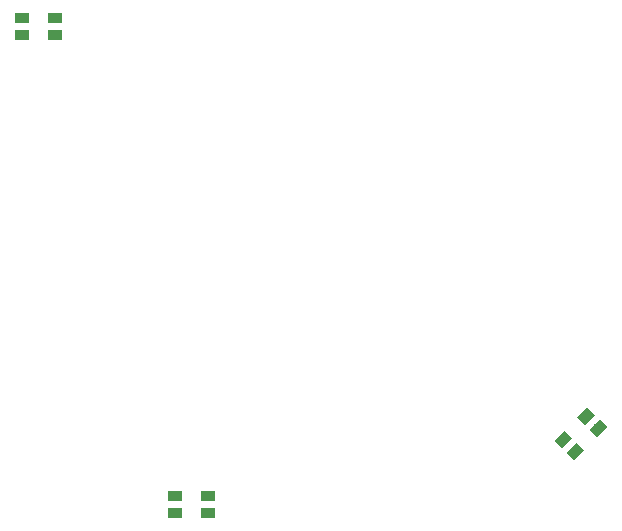
<source format=gbr>
%TF.GenerationSoftware,KiCad,Pcbnew,5.0.2-bee76a0~70~ubuntu18.04.1*%
%TF.CreationDate,2019-02-12T23:17:40+02:00*%
%TF.ProjectId,BLE-NFC-Badge,424c452d-4e46-4432-9d42-616467652e6b,rev?*%
%TF.SameCoordinates,Original*%
%TF.FileFunction,Paste,Top*%
%TF.FilePolarity,Positive*%
%FSLAX46Y46*%
G04 Gerber Fmt 4.6, Leading zero omitted, Abs format (unit mm)*
G04 Created by KiCad (PCBNEW 5.0.2-bee76a0~70~ubuntu18.04.1) date Tue 12 Feb 2019 11:17:40 PM EET*
%MOMM*%
%LPD*%
G01*
G04 APERTURE LIST*
%ADD10R,1.200000X0.900000*%
%ADD11C,0.900000*%
%ADD12C,0.100000*%
G04 APERTURE END LIST*
D10*
X142300000Y-99475000D03*
X145100000Y-100925000D03*
X142300000Y-100925000D03*
X145100000Y-99475000D03*
D11*
X190077297Y-133197398D03*
D12*
G36*
X189971231Y-133939860D02*
X189334835Y-133303464D01*
X190183363Y-132454936D01*
X190819759Y-133091332D01*
X189971231Y-133939860D01*
X189971231Y-133939860D01*
G37*
D11*
X189122703Y-136202602D03*
D12*
G36*
X189016637Y-136945064D02*
X188380241Y-136308668D01*
X189228769Y-135460140D01*
X189865165Y-136096536D01*
X189016637Y-136945064D01*
X189016637Y-136945064D01*
G37*
D11*
X191102602Y-134222703D03*
D12*
G36*
X190996536Y-134965165D02*
X190360140Y-134328769D01*
X191208668Y-133480241D01*
X191845064Y-134116637D01*
X190996536Y-134965165D01*
X190996536Y-134965165D01*
G37*
D11*
X188097398Y-135177297D03*
D12*
G36*
X187991332Y-135919759D02*
X187354936Y-135283363D01*
X188203464Y-134434835D01*
X188839860Y-135071231D01*
X187991332Y-135919759D01*
X187991332Y-135919759D01*
G37*
D10*
X155250000Y-141400000D03*
X158050000Y-139950000D03*
X155250000Y-139950000D03*
X158050000Y-141400000D03*
M02*

</source>
